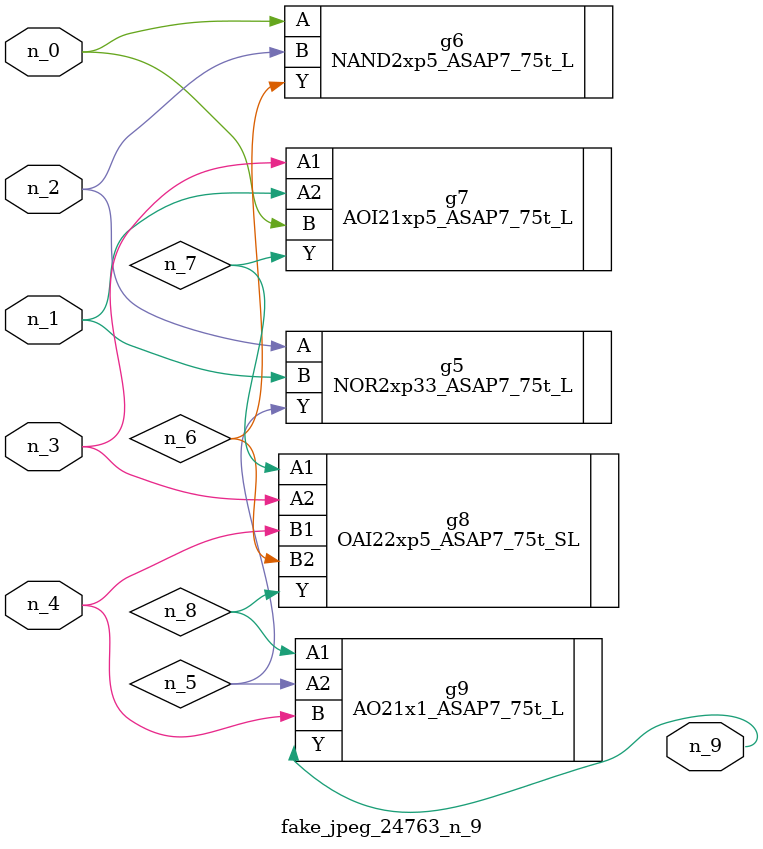
<source format=v>
module fake_jpeg_24763_n_9 (n_3, n_2, n_1, n_0, n_4, n_9);

input n_3;
input n_2;
input n_1;
input n_0;
input n_4;

output n_9;

wire n_8;
wire n_6;
wire n_5;
wire n_7;

NOR2xp33_ASAP7_75t_L g5 ( 
.A(n_2),
.B(n_1),
.Y(n_5)
);

NAND2xp5_ASAP7_75t_L g6 ( 
.A(n_0),
.B(n_2),
.Y(n_6)
);

AOI21xp5_ASAP7_75t_L g7 ( 
.A1(n_3),
.A2(n_1),
.B(n_0),
.Y(n_7)
);

OAI22xp5_ASAP7_75t_SL g8 ( 
.A1(n_7),
.A2(n_3),
.B1(n_4),
.B2(n_6),
.Y(n_8)
);

AO21x1_ASAP7_75t_L g9 ( 
.A1(n_8),
.A2(n_5),
.B(n_4),
.Y(n_9)
);


endmodule
</source>
